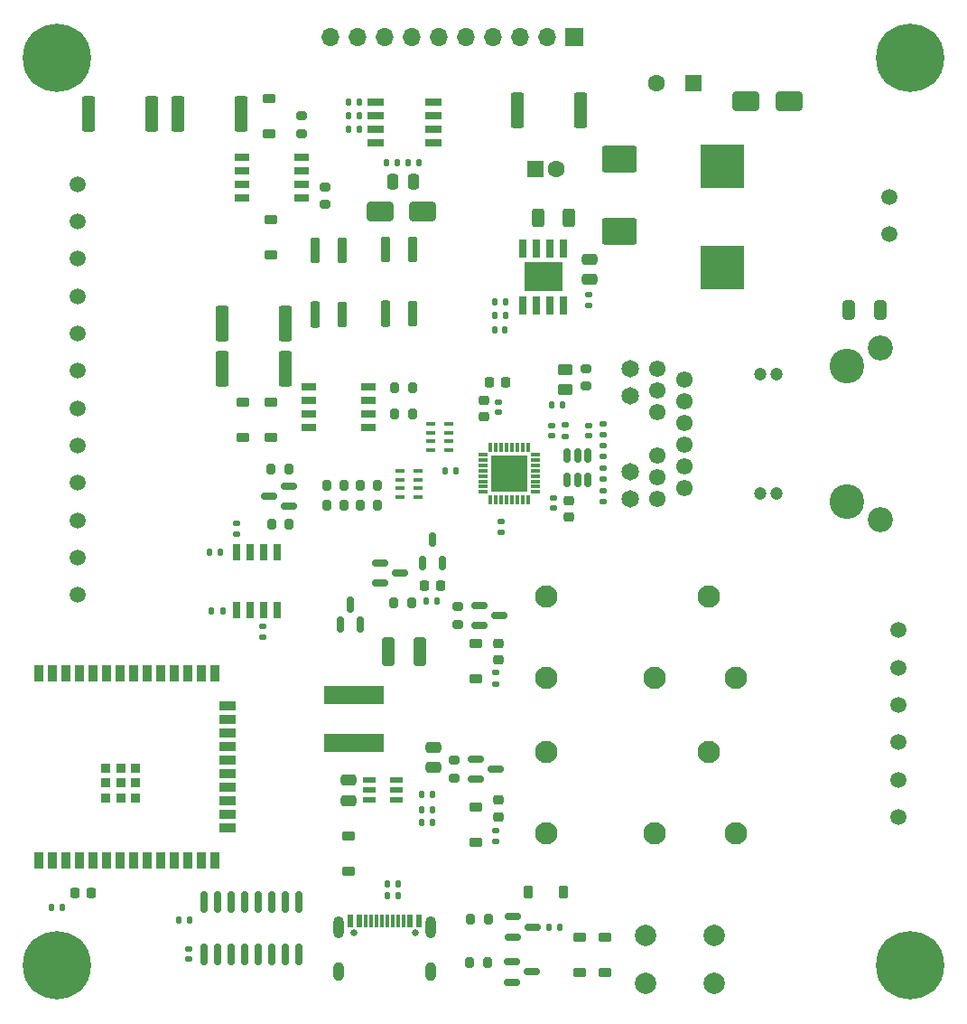
<source format=gts>
G04 #@! TF.GenerationSoftware,KiCad,Pcbnew,7.0.8*
G04 #@! TF.CreationDate,2024-01-02T14:17:18+01:00*
G04 #@! TF.ProjectId,ESP32-POE-Wiegand-Relay-REV-B,45535033-322d-4504-9f45-2d5769656761,rev?*
G04 #@! TF.SameCoordinates,Original*
G04 #@! TF.FileFunction,Soldermask,Top*
G04 #@! TF.FilePolarity,Negative*
%FSLAX46Y46*%
G04 Gerber Fmt 4.6, Leading zero omitted, Abs format (unit mm)*
G04 Created by KiCad (PCBNEW 7.0.8) date 2024-01-02 14:17:18*
%MOMM*%
%LPD*%
G01*
G04 APERTURE LIST*
G04 Aperture macros list*
%AMRoundRect*
0 Rectangle with rounded corners*
0 $1 Rounding radius*
0 $2 $3 $4 $5 $6 $7 $8 $9 X,Y pos of 4 corners*
0 Add a 4 corners polygon primitive as box body*
4,1,4,$2,$3,$4,$5,$6,$7,$8,$9,$2,$3,0*
0 Add four circle primitives for the rounded corners*
1,1,$1+$1,$2,$3*
1,1,$1+$1,$4,$5*
1,1,$1+$1,$6,$7*
1,1,$1+$1,$8,$9*
0 Add four rect primitives between the rounded corners*
20,1,$1+$1,$2,$3,$4,$5,0*
20,1,$1+$1,$4,$5,$6,$7,0*
20,1,$1+$1,$6,$7,$8,$9,0*
20,1,$1+$1,$8,$9,$2,$3,0*%
G04 Aperture macros list end*
%ADD10R,1.250000X0.600000*%
%ADD11RoundRect,0.225000X-0.225000X1.025000X-0.225000X-1.025000X0.225000X-1.025000X0.225000X1.025000X0*%
%ADD12RoundRect,0.225000X-0.225000X0.975000X-0.225000X-0.975000X0.225000X-0.975000X0.225000X0.975000X0*%
%ADD13RoundRect,0.225000X-0.375000X0.225000X-0.375000X-0.225000X0.375000X-0.225000X0.375000X0.225000X0*%
%ADD14R,0.900000X0.400000*%
%ADD15R,0.300000X0.850000*%
%ADD16R,0.850000X0.300000*%
%ADD17R,3.400000X3.400000*%
%ADD18RoundRect,0.200000X-0.200000X-0.275000X0.200000X-0.275000X0.200000X0.275000X-0.200000X0.275000X0*%
%ADD19R,4.100000X4.100000*%
%ADD20RoundRect,0.250000X-0.362500X-1.425000X0.362500X-1.425000X0.362500X1.425000X-0.362500X1.425000X0*%
%ADD21RoundRect,0.150000X-0.587500X-0.150000X0.587500X-0.150000X0.587500X0.150000X-0.587500X0.150000X0*%
%ADD22RoundRect,0.250000X1.000000X0.650000X-1.000000X0.650000X-1.000000X-0.650000X1.000000X-0.650000X0*%
%ADD23RoundRect,0.250000X-0.475000X0.250000X-0.475000X-0.250000X0.475000X-0.250000X0.475000X0.250000X0*%
%ADD24RoundRect,0.250000X1.400000X1.000000X-1.400000X1.000000X-1.400000X-1.000000X1.400000X-1.000000X0*%
%ADD25R,1.528000X0.650000*%
%ADD26RoundRect,0.135000X-0.185000X0.135000X-0.185000X-0.135000X0.185000X-0.135000X0.185000X0.135000X0*%
%ADD27RoundRect,0.225000X-0.250000X0.225000X-0.250000X-0.225000X0.250000X-0.225000X0.250000X0.225000X0*%
%ADD28RoundRect,0.218750X-0.256250X0.218750X-0.256250X-0.218750X0.256250X-0.218750X0.256250X0.218750X0*%
%ADD29RoundRect,0.135000X-0.135000X-0.185000X0.135000X-0.185000X0.135000X0.185000X-0.135000X0.185000X0*%
%ADD30C,1.500000*%
%ADD31R,5.700000X1.700000*%
%ADD32RoundRect,0.250000X0.475000X-0.250000X0.475000X0.250000X-0.475000X0.250000X-0.475000X-0.250000X0*%
%ADD33R,1.600000X1.600000*%
%ADD34C,1.600000*%
%ADD35RoundRect,0.150000X0.150000X-0.512500X0.150000X0.512500X-0.150000X0.512500X-0.150000X-0.512500X0*%
%ADD36RoundRect,0.200000X0.200000X0.275000X-0.200000X0.275000X-0.200000X-0.275000X0.200000X-0.275000X0*%
%ADD37RoundRect,0.140000X0.170000X-0.140000X0.170000X0.140000X-0.170000X0.140000X-0.170000X-0.140000X0*%
%ADD38RoundRect,0.135000X0.135000X0.185000X-0.135000X0.185000X-0.135000X-0.185000X0.135000X-0.185000X0*%
%ADD39C,6.400000*%
%ADD40RoundRect,0.225000X0.225000X0.375000X-0.225000X0.375000X-0.225000X-0.375000X0.225000X-0.375000X0*%
%ADD41RoundRect,0.135000X0.185000X-0.135000X0.185000X0.135000X-0.185000X0.135000X-0.185000X-0.135000X0*%
%ADD42R,0.900000X1.500000*%
%ADD43R,1.500000X0.900000*%
%ADD44R,0.900000X0.900000*%
%ADD45RoundRect,0.250000X-0.450000X0.262500X-0.450000X-0.262500X0.450000X-0.262500X0.450000X0.262500X0*%
%ADD46RoundRect,0.140000X0.140000X0.170000X-0.140000X0.170000X-0.140000X-0.170000X0.140000X-0.170000X0*%
%ADD47R,1.700000X1.700000*%
%ADD48O,1.700000X1.700000*%
%ADD49R,1.450000X0.700000*%
%ADD50C,0.650000*%
%ADD51R,0.600000X1.240000*%
%ADD52R,0.300000X1.240000*%
%ADD53O,1.000000X2.100000*%
%ADD54O,1.000000X1.800000*%
%ADD55C,3.250000*%
%ADD56C,1.550000*%
%ADD57C,1.200000*%
%ADD58C,1.650000*%
%ADD59C,2.355000*%
%ADD60RoundRect,0.225000X0.375000X-0.225000X0.375000X0.225000X-0.375000X0.225000X-0.375000X-0.225000X0*%
%ADD61RoundRect,0.150000X0.150000X-0.825000X0.150000X0.825000X-0.150000X0.825000X-0.150000X-0.825000X0*%
%ADD62C,2.100000*%
%ADD63RoundRect,0.225000X0.225000X0.250000X-0.225000X0.250000X-0.225000X-0.250000X0.225000X-0.250000X0*%
%ADD64R,0.650000X1.528000*%
%ADD65RoundRect,0.050800X0.300000X0.800000X-0.300000X0.800000X-0.300000X-0.800000X0.300000X-0.800000X0*%
%ADD66RoundRect,0.050800X1.755000X1.310000X-1.755000X1.310000X-1.755000X-1.310000X1.755000X-1.310000X0*%
%ADD67RoundRect,0.150000X0.150000X-0.587500X0.150000X0.587500X-0.150000X0.587500X-0.150000X-0.587500X0*%
%ADD68RoundRect,0.150000X0.587500X0.150000X-0.587500X0.150000X-0.587500X-0.150000X0.587500X-0.150000X0*%
%ADD69RoundRect,0.140000X-0.170000X0.140000X-0.170000X-0.140000X0.170000X-0.140000X0.170000X0.140000X0*%
%ADD70RoundRect,0.250000X0.325000X1.100000X-0.325000X1.100000X-0.325000X-1.100000X0.325000X-1.100000X0*%
%ADD71RoundRect,0.200000X0.275000X-0.200000X0.275000X0.200000X-0.275000X0.200000X-0.275000X-0.200000X0*%
%ADD72RoundRect,0.200000X-0.275000X0.200000X-0.275000X-0.200000X0.275000X-0.200000X0.275000X0.200000X0*%
%ADD73RoundRect,0.250000X0.312500X0.625000X-0.312500X0.625000X-0.312500X-0.625000X0.312500X-0.625000X0*%
%ADD74RoundRect,0.140000X-0.140000X-0.170000X0.140000X-0.170000X0.140000X0.170000X-0.140000X0.170000X0*%
%ADD75RoundRect,0.250000X-0.325000X-0.650000X0.325000X-0.650000X0.325000X0.650000X-0.325000X0.650000X0*%
%ADD76RoundRect,0.225000X0.250000X-0.225000X0.250000X0.225000X-0.250000X0.225000X-0.250000X-0.225000X0*%
%ADD77RoundRect,0.250000X0.250000X0.475000X-0.250000X0.475000X-0.250000X-0.475000X0.250000X-0.475000X0*%
%ADD78C,2.000000*%
G04 APERTURE END LIST*
D10*
X211300000Y-91600000D03*
X211300000Y-92550000D03*
X211300000Y-93500000D03*
X213800000Y-93500000D03*
X213800000Y-92550000D03*
X213800000Y-91600000D03*
D11*
X206230000Y-48050000D03*
D12*
X208770000Y-48050000D03*
X208770000Y-42050000D03*
X206230000Y-42050000D03*
D13*
X202000000Y-56250000D03*
X202000000Y-59550000D03*
D14*
X215850000Y-65100000D03*
X215850000Y-64300000D03*
X215850000Y-63500000D03*
X215850000Y-62700000D03*
X214150000Y-62700000D03*
X214150000Y-63500000D03*
X214150000Y-64300000D03*
X214150000Y-65100000D03*
D15*
X226150000Y-60450000D03*
X225650000Y-60450000D03*
X225150000Y-60450000D03*
X224650000Y-60450000D03*
X224150000Y-60450000D03*
X223650000Y-60450000D03*
X223150000Y-60450000D03*
X222650000Y-60450000D03*
D16*
X221950000Y-61150000D03*
X221950000Y-61650000D03*
X221950000Y-62150000D03*
X221950000Y-62650000D03*
X221950000Y-63150000D03*
X221950000Y-63650000D03*
X221950000Y-64150000D03*
X221950000Y-64650000D03*
D15*
X222650000Y-65350000D03*
X223150000Y-65350000D03*
X223650000Y-65350000D03*
X224150000Y-65350000D03*
X224650000Y-65350000D03*
X225150000Y-65350000D03*
X225650000Y-65350000D03*
X226150000Y-65350000D03*
D16*
X226850000Y-64650000D03*
X226850000Y-64150000D03*
X226850000Y-63650000D03*
X226850000Y-63150000D03*
X226850000Y-62650000D03*
X226850000Y-62150000D03*
X226850000Y-61650000D03*
X226850000Y-61150000D03*
D17*
X224400000Y-62900000D03*
D18*
X213575000Y-75000000D03*
X215225000Y-75000000D03*
D19*
X244400000Y-43650000D03*
X244400000Y-34150000D03*
D20*
X197437500Y-48900000D03*
X203362500Y-48900000D03*
D21*
X221562500Y-75250000D03*
X221562500Y-77150000D03*
X223437500Y-76200000D03*
D20*
X225147500Y-28900000D03*
X231072500Y-28900000D03*
D22*
X216300000Y-38400000D03*
X212300000Y-38400000D03*
D23*
X217300000Y-88550000D03*
X217300000Y-90450000D03*
D24*
X234750000Y-40250000D03*
X234750000Y-33450000D03*
D25*
X211889000Y-28095000D03*
X211889000Y-29365000D03*
X211889000Y-30635000D03*
X211889000Y-31905000D03*
X217311000Y-31905000D03*
X217311000Y-30635000D03*
X217311000Y-29365000D03*
X217311000Y-28095000D03*
D26*
X223600000Y-67390000D03*
X223600000Y-68410000D03*
D27*
X230000000Y-65425000D03*
X230000000Y-66975000D03*
D28*
X223400000Y-93512500D03*
X223400000Y-95087500D03*
D29*
X212990000Y-102480000D03*
X214010000Y-102480000D03*
D26*
X233200000Y-64490000D03*
X233200000Y-65510000D03*
D30*
X260000000Y-40500000D03*
X260000000Y-37000000D03*
D29*
X196490000Y-75800000D03*
X197510000Y-75800000D03*
D21*
X221225000Y-89650000D03*
X221225000Y-91550000D03*
X223100000Y-90600000D03*
D31*
X209800000Y-88150000D03*
X209800000Y-83650000D03*
D32*
X209300000Y-93550000D03*
X209300000Y-91650000D03*
D33*
X241702651Y-26350000D03*
D34*
X238202651Y-26350000D03*
D18*
X213675000Y-57367500D03*
X215325000Y-57367500D03*
D35*
X216250000Y-71337500D03*
X218150000Y-71337500D03*
X217200000Y-69062500D03*
D22*
X250610000Y-28000000D03*
X246610000Y-28000000D03*
D36*
X212050000Y-65900000D03*
X210400000Y-65900000D03*
D37*
X194300000Y-108380000D03*
X194300000Y-107420000D03*
D38*
X217210000Y-93000000D03*
X216190000Y-93000000D03*
D39*
X182000000Y-109000000D03*
D40*
X229450000Y-102100000D03*
X226150000Y-102100000D03*
D37*
X223400000Y-57180000D03*
X223400000Y-56220000D03*
D41*
X229600000Y-59410000D03*
X229600000Y-58390000D03*
D26*
X201300000Y-77190000D03*
X201300000Y-78210000D03*
D23*
X231910000Y-42850000D03*
X231910000Y-44750000D03*
D36*
X212050000Y-64000000D03*
X210400000Y-64000000D03*
D39*
X262000000Y-109000000D03*
D29*
X216190000Y-94400000D03*
X217210000Y-94400000D03*
D20*
X197437500Y-53100000D03*
X203362500Y-53100000D03*
D29*
X212990000Y-101400000D03*
X214010000Y-101400000D03*
D42*
X180240000Y-99155000D03*
X181510000Y-99155000D03*
X182780000Y-99155000D03*
X184050000Y-99155000D03*
X185320000Y-99155000D03*
X186590000Y-99155000D03*
X187860000Y-99155000D03*
X189130000Y-99155000D03*
X190400000Y-99155000D03*
X191670000Y-99155000D03*
X192940000Y-99155000D03*
X194210000Y-99155000D03*
X195480000Y-99155000D03*
X196750000Y-99155000D03*
D43*
X198000000Y-96120000D03*
X198000000Y-94850000D03*
X198000000Y-93580000D03*
X198000000Y-92310000D03*
X198000000Y-91040000D03*
X198000000Y-89770000D03*
X198000000Y-88500000D03*
X198000000Y-87230000D03*
X198000000Y-85960000D03*
X198000000Y-84690000D03*
D42*
X196750000Y-81655000D03*
X195480000Y-81655000D03*
X194210000Y-81655000D03*
X192940000Y-81655000D03*
X191670000Y-81655000D03*
X190400000Y-81655000D03*
X189130000Y-81655000D03*
X187860000Y-81655000D03*
X186590000Y-81655000D03*
X185320000Y-81655000D03*
X184050000Y-81655000D03*
X182780000Y-81655000D03*
X181510000Y-81655000D03*
X180240000Y-81655000D03*
D44*
X186560000Y-93305000D03*
X187960000Y-93305000D03*
X189360000Y-93305000D03*
X189360000Y-91905000D03*
X189360000Y-90505000D03*
X187960000Y-90505000D03*
X186560000Y-90505000D03*
X186560000Y-91905000D03*
X187960000Y-91905000D03*
D45*
X229600000Y-53187500D03*
X229600000Y-55012500D03*
D37*
X231800000Y-59380000D03*
X231800000Y-58420000D03*
D46*
X219380000Y-62700000D03*
X218420000Y-62700000D03*
D29*
X223030000Y-48130000D03*
X224050000Y-48130000D03*
D47*
X230450000Y-22050000D03*
D48*
X227910000Y-22050000D03*
X225370000Y-22050000D03*
X222830000Y-22050000D03*
X220290000Y-22050000D03*
X217750000Y-22050000D03*
X215210000Y-22050000D03*
X212670000Y-22050000D03*
X210130000Y-22050000D03*
X207590000Y-22050000D03*
D18*
X207250000Y-64000000D03*
X208900000Y-64000000D03*
D30*
X183900000Y-35800000D03*
X183900000Y-39300000D03*
X183900000Y-42800000D03*
X183900000Y-46300000D03*
X183900000Y-49800000D03*
X183900000Y-53300000D03*
X183900000Y-56800000D03*
X183900000Y-60300000D03*
X183900000Y-63800000D03*
X183900000Y-67300000D03*
X183900000Y-70800000D03*
X183900000Y-74300000D03*
X260900000Y-95100000D03*
X260900000Y-91600000D03*
X260900000Y-88100000D03*
X260900000Y-84600000D03*
X260900000Y-81100000D03*
X260900000Y-77600000D03*
D26*
X233200000Y-60300000D03*
X233200000Y-61320000D03*
D29*
X228390000Y-56500000D03*
X229410000Y-56500000D03*
D49*
X205600000Y-54830000D03*
X205600000Y-56100000D03*
X205600000Y-57370000D03*
X205600000Y-58640000D03*
X211200000Y-58640000D03*
X211200000Y-57370000D03*
X211200000Y-56100000D03*
X211200000Y-54830000D03*
D50*
X209810000Y-105930000D03*
X215590000Y-105930000D03*
D51*
X209500000Y-104810000D03*
X210300000Y-104810000D03*
D52*
X211450000Y-104810000D03*
X212450000Y-104810000D03*
X212950000Y-104810000D03*
X213950000Y-104810000D03*
D51*
X215100000Y-104810000D03*
X215900000Y-104810000D03*
X215900000Y-104810000D03*
X215100000Y-104810000D03*
D52*
X214450000Y-104810000D03*
X213450000Y-104810000D03*
X211950000Y-104810000D03*
X210950000Y-104810000D03*
D51*
X210300000Y-104810000D03*
X209500000Y-104810000D03*
D53*
X208380000Y-105410000D03*
D54*
X208380000Y-109610000D03*
D53*
X217020000Y-105410000D03*
D54*
X217020000Y-109610000D03*
D35*
X229850000Y-63537500D03*
X230800000Y-63537500D03*
X231750000Y-63537500D03*
X231750000Y-61262500D03*
X230800000Y-61262500D03*
X229850000Y-61262500D03*
D55*
X256020000Y-52830000D03*
X256020000Y-65530000D03*
D56*
X240780000Y-54080000D03*
X240780000Y-56120000D03*
X240780000Y-58160000D03*
X240780000Y-60200000D03*
X240780000Y-62240000D03*
X240780000Y-64280000D03*
X238240000Y-53060000D03*
X238240000Y-55100000D03*
X238240000Y-57140000D03*
X238240000Y-61220000D03*
X238240000Y-63260000D03*
X238240000Y-65300000D03*
D57*
X247890000Y-53590000D03*
X247890000Y-64770000D03*
X249420000Y-53590000D03*
X249420000Y-64770000D03*
D58*
X235700000Y-53085000D03*
X235700000Y-55625000D03*
X235700000Y-62735000D03*
X235700000Y-65275000D03*
D59*
X259190000Y-51115000D03*
X259190000Y-67245000D03*
D60*
X233400000Y-109650000D03*
X233400000Y-106350000D03*
X202000000Y-42450000D03*
X202000000Y-39150000D03*
D33*
X226827621Y-34400000D03*
D34*
X228827621Y-34400000D03*
D18*
X202087500Y-67650000D03*
X203737500Y-67650000D03*
D13*
X199400000Y-56250000D03*
X199400000Y-59550000D03*
D18*
X220775000Y-104700000D03*
X222425000Y-104700000D03*
D38*
X213900000Y-33800000D03*
X212880000Y-33800000D03*
D61*
X195745000Y-108005000D03*
X197015000Y-108005000D03*
X198285000Y-108005000D03*
X199555000Y-108005000D03*
X200825000Y-108005000D03*
X202095000Y-108005000D03*
X203365000Y-108005000D03*
X204635000Y-108005000D03*
X204635000Y-103055000D03*
X203365000Y-103055000D03*
X202095000Y-103055000D03*
X200825000Y-103055000D03*
X199555000Y-103055000D03*
X198285000Y-103055000D03*
X197015000Y-103055000D03*
X195745000Y-103055000D03*
D60*
X221280000Y-82167500D03*
X221280000Y-78867500D03*
D62*
X227860000Y-96620000D03*
X238020000Y-96620000D03*
X245640000Y-96620000D03*
X243100000Y-89000000D03*
X227860000Y-89000000D03*
D63*
X224075000Y-54400000D03*
X222525000Y-54400000D03*
D21*
X212300000Y-71300000D03*
X212300000Y-73200000D03*
X214175000Y-72250000D03*
D64*
X198795000Y-75711000D03*
X200065000Y-75711000D03*
X201335000Y-75711000D03*
X202605000Y-75711000D03*
X202605000Y-70289000D03*
X201335000Y-70289000D03*
X200065000Y-70289000D03*
X198795000Y-70289000D03*
D21*
X224662500Y-108650000D03*
X224662500Y-110550000D03*
X226537500Y-109600000D03*
D65*
X229510000Y-41800000D03*
X228240000Y-41800000D03*
X226970000Y-41800000D03*
X225700000Y-41800000D03*
X225700000Y-47200000D03*
X226970000Y-47200000D03*
X228240000Y-47200000D03*
X229510000Y-47200000D03*
D66*
X227605000Y-44500000D03*
D67*
X208520000Y-77077500D03*
X210420000Y-77077500D03*
X209470000Y-75202500D03*
D38*
X229130000Y-105467500D03*
X228110000Y-105467500D03*
D13*
X209300000Y-96850000D03*
X209300000Y-100150000D03*
D68*
X203750000Y-66000000D03*
X203750000Y-64100000D03*
X201875000Y-65050000D03*
D69*
X198800000Y-67620000D03*
X198800000Y-68580000D03*
D62*
X227900000Y-82085000D03*
X238060000Y-82085000D03*
X245680000Y-82085000D03*
X243140000Y-74465000D03*
X227900000Y-74465000D03*
D18*
X207250000Y-65900000D03*
X208900000Y-65900000D03*
D70*
X215975000Y-79600000D03*
X213025000Y-79600000D03*
D13*
X201900000Y-27750000D03*
X201900000Y-31050000D03*
D14*
X218750000Y-60700000D03*
X218750000Y-59900000D03*
X218750000Y-59100000D03*
X218750000Y-58300000D03*
X217050000Y-58300000D03*
X217050000Y-59100000D03*
X217050000Y-59900000D03*
X217050000Y-60700000D03*
D18*
X202075000Y-62500000D03*
X203725000Y-62500000D03*
D60*
X221230000Y-97470000D03*
X221230000Y-94170000D03*
D38*
X224030000Y-46800000D03*
X223010000Y-46800000D03*
D20*
X193337500Y-29200000D03*
X199262500Y-29200000D03*
D71*
X219600000Y-77025000D03*
X219600000Y-75375000D03*
D41*
X233200000Y-59320000D03*
X233200000Y-58300000D03*
D69*
X228500000Y-65220000D03*
X228500000Y-66180000D03*
D49*
X199300000Y-33295000D03*
X199300000Y-34565000D03*
X199300000Y-35835000D03*
X199300000Y-37105000D03*
X204900000Y-37105000D03*
X204900000Y-35835000D03*
X204900000Y-34565000D03*
X204900000Y-33295000D03*
D29*
X209311000Y-28095000D03*
X210331000Y-28095000D03*
D28*
X223400000Y-78812500D03*
X223400000Y-80387500D03*
D72*
X207100000Y-36075000D03*
X207100000Y-37725000D03*
D26*
X223100000Y-96390000D03*
X223100000Y-97410000D03*
D46*
X217180000Y-95600000D03*
X216220000Y-95600000D03*
D29*
X209301000Y-30635000D03*
X210321000Y-30635000D03*
D73*
X230010000Y-39000000D03*
X227085000Y-39000000D03*
D26*
X223100000Y-81590000D03*
X223100000Y-82610000D03*
D38*
X217610000Y-74900000D03*
X216590000Y-74900000D03*
D39*
X262000000Y-24000000D03*
D74*
X223030000Y-49450000D03*
X223990000Y-49450000D03*
D18*
X213675000Y-54867500D03*
X215325000Y-54867500D03*
D38*
X215920000Y-33800000D03*
X214900000Y-33800000D03*
D71*
X219200000Y-91450000D03*
X219200000Y-89800000D03*
X231600000Y-54725000D03*
X231600000Y-53075000D03*
D63*
X217975000Y-73400000D03*
X216425000Y-73400000D03*
D18*
X220675000Y-108700000D03*
X222325000Y-108700000D03*
D39*
X182000000Y-24000000D03*
D75*
X256200000Y-47600000D03*
X259150000Y-47600000D03*
D37*
X228400000Y-59380000D03*
X228400000Y-58420000D03*
D76*
X222000000Y-57575000D03*
X222000000Y-56025000D03*
D74*
X193440000Y-104780000D03*
X194400000Y-104780000D03*
D77*
X215400000Y-35600000D03*
X213500000Y-35600000D03*
D74*
X196320000Y-70300000D03*
X197280000Y-70300000D03*
D29*
X181490000Y-103600000D03*
X182510000Y-103600000D03*
D63*
X185175000Y-102200000D03*
X183625000Y-102200000D03*
D20*
X184975000Y-29200000D03*
X190900000Y-29200000D03*
D71*
X204900000Y-31050000D03*
X204900000Y-29400000D03*
D78*
X243650000Y-110650000D03*
X237150000Y-110650000D03*
X243650000Y-106150000D03*
X237150000Y-106150000D03*
D21*
X224725000Y-104450000D03*
X224725000Y-106350000D03*
X226600000Y-105400000D03*
D41*
X231810000Y-47210000D03*
X231810000Y-46190000D03*
D11*
X212780000Y-47950000D03*
D12*
X215320000Y-47950000D03*
X215320000Y-41950000D03*
X212780000Y-41950000D03*
D29*
X209301000Y-29365000D03*
X210321000Y-29365000D03*
D13*
X231000000Y-106350000D03*
X231000000Y-109650000D03*
D41*
X233200000Y-63410000D03*
X233200000Y-62390000D03*
M02*

</source>
